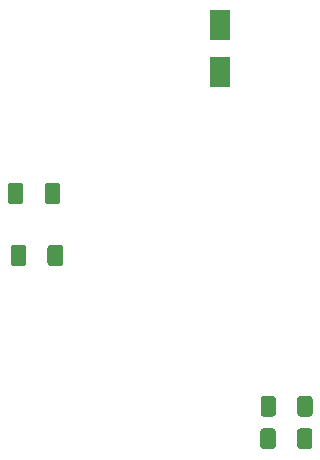
<source format=gbr>
%TF.GenerationSoftware,KiCad,Pcbnew,(5.1.10)-1*%
%TF.CreationDate,2023-06-16T20:51:16+02:00*%
%TF.ProjectId,Disney_door_opener,4469736e-6579-45f6-946f-6f725f6f7065,rev?*%
%TF.SameCoordinates,Original*%
%TF.FileFunction,Paste,Bot*%
%TF.FilePolarity,Positive*%
%FSLAX46Y46*%
G04 Gerber Fmt 4.6, Leading zero omitted, Abs format (unit mm)*
G04 Created by KiCad (PCBNEW (5.1.10)-1) date 2023-06-16 20:51:16*
%MOMM*%
%LPD*%
G01*
G04 APERTURE LIST*
%ADD10R,1.800000X2.500000*%
G04 APERTURE END LIST*
%TO.C,R6*%
G36*
G01*
X152500000Y-52144999D02*
X152500000Y-53395001D01*
G75*
G02*
X152250001Y-53645000I-249999J0D01*
G01*
X151449999Y-53645000D01*
G75*
G02*
X151200000Y-53395001I0J249999D01*
G01*
X151200000Y-52144999D01*
G75*
G02*
X151449999Y-51895000I249999J0D01*
G01*
X152250001Y-51895000D01*
G75*
G02*
X152500000Y-52144999I0J-249999D01*
G01*
G37*
G36*
G01*
X155600000Y-52144999D02*
X155600000Y-53395001D01*
G75*
G02*
X155350001Y-53645000I-249999J0D01*
G01*
X154549999Y-53645000D01*
G75*
G02*
X154300000Y-53395001I0J249999D01*
G01*
X154300000Y-52144999D01*
G75*
G02*
X154549999Y-51895000I249999J0D01*
G01*
X155350001Y-51895000D01*
G75*
G02*
X155600000Y-52144999I0J-249999D01*
G01*
G37*
%TD*%
%TO.C,R5*%
G36*
G01*
X152470000Y-54884999D02*
X152470000Y-56135001D01*
G75*
G02*
X152220001Y-56385000I-249999J0D01*
G01*
X151419999Y-56385000D01*
G75*
G02*
X151170000Y-56135001I0J249999D01*
G01*
X151170000Y-54884999D01*
G75*
G02*
X151419999Y-54635000I249999J0D01*
G01*
X152220001Y-54635000D01*
G75*
G02*
X152470000Y-54884999I0J-249999D01*
G01*
G37*
G36*
G01*
X155570000Y-54884999D02*
X155570000Y-56135001D01*
G75*
G02*
X155320001Y-56385000I-249999J0D01*
G01*
X154519999Y-56385000D01*
G75*
G02*
X154270000Y-56135001I0J249999D01*
G01*
X154270000Y-54884999D01*
G75*
G02*
X154519999Y-54635000I249999J0D01*
G01*
X155320001Y-54635000D01*
G75*
G02*
X155570000Y-54884999I0J-249999D01*
G01*
G37*
%TD*%
%TO.C,C2*%
G36*
G01*
X134475000Y-39349997D02*
X134475000Y-40650003D01*
G75*
G02*
X134225003Y-40900000I-249997J0D01*
G01*
X133399997Y-40900000D01*
G75*
G02*
X133150000Y-40650003I0J249997D01*
G01*
X133150000Y-39349997D01*
G75*
G02*
X133399997Y-39100000I249997J0D01*
G01*
X134225003Y-39100000D01*
G75*
G02*
X134475000Y-39349997I0J-249997D01*
G01*
G37*
G36*
G01*
X131350000Y-39349997D02*
X131350000Y-40650003D01*
G75*
G02*
X131100003Y-40900000I-249997J0D01*
G01*
X130274997Y-40900000D01*
G75*
G02*
X130025000Y-40650003I0J249997D01*
G01*
X130025000Y-39349997D01*
G75*
G02*
X130274997Y-39100000I249997J0D01*
G01*
X131100003Y-39100000D01*
G75*
G02*
X131350000Y-39349997I0J-249997D01*
G01*
G37*
%TD*%
%TO.C,C3*%
G36*
G01*
X131100000Y-34099997D02*
X131100000Y-35400003D01*
G75*
G02*
X130850003Y-35650000I-249997J0D01*
G01*
X130024997Y-35650000D01*
G75*
G02*
X129775000Y-35400003I0J249997D01*
G01*
X129775000Y-34099997D01*
G75*
G02*
X130024997Y-33850000I249997J0D01*
G01*
X130850003Y-33850000D01*
G75*
G02*
X131100000Y-34099997I0J-249997D01*
G01*
G37*
G36*
G01*
X134225000Y-34099997D02*
X134225000Y-35400003D01*
G75*
G02*
X133975003Y-35650000I-249997J0D01*
G01*
X133149997Y-35650000D01*
G75*
G02*
X132900000Y-35400003I0J249997D01*
G01*
X132900000Y-34099997D01*
G75*
G02*
X133149997Y-33850000I249997J0D01*
G01*
X133975003Y-33850000D01*
G75*
G02*
X134225000Y-34099997I0J-249997D01*
G01*
G37*
%TD*%
D10*
%TO.C,D3*%
X147750000Y-24500000D03*
X147750000Y-20500000D03*
%TD*%
M02*

</source>
